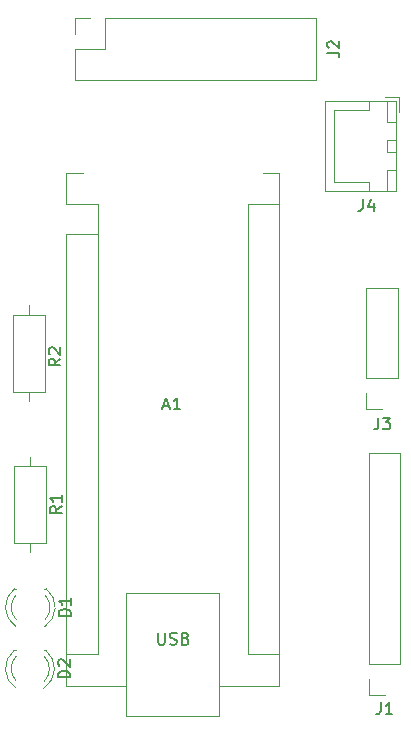
<source format=gbr>
%TF.GenerationSoftware,KiCad,Pcbnew,8.0.8*%
%TF.CreationDate,2025-01-20T03:53:26+01:00*%
%TF.ProjectId,NANO_MPU_SD_2Layers,4e414e4f-5f4d-4505-955f-53445f324c61,rev?*%
%TF.SameCoordinates,Original*%
%TF.FileFunction,Legend,Top*%
%TF.FilePolarity,Positive*%
%FSLAX46Y46*%
G04 Gerber Fmt 4.6, Leading zero omitted, Abs format (unit mm)*
G04 Created by KiCad (PCBNEW 8.0.8) date 2025-01-20 03:53:26*
%MOMM*%
%LPD*%
G01*
G04 APERTURE LIST*
%ADD10C,0.150000*%
%ADD11C,0.120000*%
G04 APERTURE END LIST*
D10*
X64385714Y-83469104D02*
X64861904Y-83469104D01*
X64290476Y-83754819D02*
X64623809Y-82754819D01*
X64623809Y-82754819D02*
X64957142Y-83754819D01*
X65814285Y-83754819D02*
X65242857Y-83754819D01*
X65528571Y-83754819D02*
X65528571Y-82754819D01*
X65528571Y-82754819D02*
X65433333Y-82897676D01*
X65433333Y-82897676D02*
X65338095Y-82992914D01*
X65338095Y-82992914D02*
X65242857Y-83040533D01*
X63918095Y-102674819D02*
X63918095Y-103484342D01*
X63918095Y-103484342D02*
X63965714Y-103579580D01*
X63965714Y-103579580D02*
X64013333Y-103627200D01*
X64013333Y-103627200D02*
X64108571Y-103674819D01*
X64108571Y-103674819D02*
X64299047Y-103674819D01*
X64299047Y-103674819D02*
X64394285Y-103627200D01*
X64394285Y-103627200D02*
X64441904Y-103579580D01*
X64441904Y-103579580D02*
X64489523Y-103484342D01*
X64489523Y-103484342D02*
X64489523Y-102674819D01*
X64918095Y-103627200D02*
X65060952Y-103674819D01*
X65060952Y-103674819D02*
X65299047Y-103674819D01*
X65299047Y-103674819D02*
X65394285Y-103627200D01*
X65394285Y-103627200D02*
X65441904Y-103579580D01*
X65441904Y-103579580D02*
X65489523Y-103484342D01*
X65489523Y-103484342D02*
X65489523Y-103389104D01*
X65489523Y-103389104D02*
X65441904Y-103293866D01*
X65441904Y-103293866D02*
X65394285Y-103246247D01*
X65394285Y-103246247D02*
X65299047Y-103198628D01*
X65299047Y-103198628D02*
X65108571Y-103151009D01*
X65108571Y-103151009D02*
X65013333Y-103103390D01*
X65013333Y-103103390D02*
X64965714Y-103055771D01*
X64965714Y-103055771D02*
X64918095Y-102960533D01*
X64918095Y-102960533D02*
X64918095Y-102865295D01*
X64918095Y-102865295D02*
X64965714Y-102770057D01*
X64965714Y-102770057D02*
X65013333Y-102722438D01*
X65013333Y-102722438D02*
X65108571Y-102674819D01*
X65108571Y-102674819D02*
X65346666Y-102674819D01*
X65346666Y-102674819D02*
X65489523Y-102722438D01*
X66251428Y-103151009D02*
X66394285Y-103198628D01*
X66394285Y-103198628D02*
X66441904Y-103246247D01*
X66441904Y-103246247D02*
X66489523Y-103341485D01*
X66489523Y-103341485D02*
X66489523Y-103484342D01*
X66489523Y-103484342D02*
X66441904Y-103579580D01*
X66441904Y-103579580D02*
X66394285Y-103627200D01*
X66394285Y-103627200D02*
X66299047Y-103674819D01*
X66299047Y-103674819D02*
X65918095Y-103674819D01*
X65918095Y-103674819D02*
X65918095Y-102674819D01*
X65918095Y-102674819D02*
X66251428Y-102674819D01*
X66251428Y-102674819D02*
X66346666Y-102722438D01*
X66346666Y-102722438D02*
X66394285Y-102770057D01*
X66394285Y-102770057D02*
X66441904Y-102865295D01*
X66441904Y-102865295D02*
X66441904Y-102960533D01*
X66441904Y-102960533D02*
X66394285Y-103055771D01*
X66394285Y-103055771D02*
X66346666Y-103103390D01*
X66346666Y-103103390D02*
X66251428Y-103151009D01*
X66251428Y-103151009D02*
X65918095Y-103151009D01*
X55754819Y-91966666D02*
X55278628Y-92299999D01*
X55754819Y-92538094D02*
X54754819Y-92538094D01*
X54754819Y-92538094D02*
X54754819Y-92157142D01*
X54754819Y-92157142D02*
X54802438Y-92061904D01*
X54802438Y-92061904D02*
X54850057Y-92014285D01*
X54850057Y-92014285D02*
X54945295Y-91966666D01*
X54945295Y-91966666D02*
X55088152Y-91966666D01*
X55088152Y-91966666D02*
X55183390Y-92014285D01*
X55183390Y-92014285D02*
X55231009Y-92061904D01*
X55231009Y-92061904D02*
X55278628Y-92157142D01*
X55278628Y-92157142D02*
X55278628Y-92538094D01*
X55754819Y-91014285D02*
X55754819Y-91585713D01*
X55754819Y-91299999D02*
X54754819Y-91299999D01*
X54754819Y-91299999D02*
X54897676Y-91395237D01*
X54897676Y-91395237D02*
X54992914Y-91490475D01*
X54992914Y-91490475D02*
X55040533Y-91585713D01*
X56454819Y-106438094D02*
X55454819Y-106438094D01*
X55454819Y-106438094D02*
X55454819Y-106199999D01*
X55454819Y-106199999D02*
X55502438Y-106057142D01*
X55502438Y-106057142D02*
X55597676Y-105961904D01*
X55597676Y-105961904D02*
X55692914Y-105914285D01*
X55692914Y-105914285D02*
X55883390Y-105866666D01*
X55883390Y-105866666D02*
X56026247Y-105866666D01*
X56026247Y-105866666D02*
X56216723Y-105914285D01*
X56216723Y-105914285D02*
X56311961Y-105961904D01*
X56311961Y-105961904D02*
X56407200Y-106057142D01*
X56407200Y-106057142D02*
X56454819Y-106199999D01*
X56454819Y-106199999D02*
X56454819Y-106438094D01*
X55550057Y-105485713D02*
X55502438Y-105438094D01*
X55502438Y-105438094D02*
X55454819Y-105342856D01*
X55454819Y-105342856D02*
X55454819Y-105104761D01*
X55454819Y-105104761D02*
X55502438Y-105009523D01*
X55502438Y-105009523D02*
X55550057Y-104961904D01*
X55550057Y-104961904D02*
X55645295Y-104914285D01*
X55645295Y-104914285D02*
X55740533Y-104914285D01*
X55740533Y-104914285D02*
X55883390Y-104961904D01*
X55883390Y-104961904D02*
X56454819Y-105533332D01*
X56454819Y-105533332D02*
X56454819Y-104914285D01*
X78254819Y-53563333D02*
X78969104Y-53563333D01*
X78969104Y-53563333D02*
X79111961Y-53610952D01*
X79111961Y-53610952D02*
X79207200Y-53706190D01*
X79207200Y-53706190D02*
X79254819Y-53849047D01*
X79254819Y-53849047D02*
X79254819Y-53944285D01*
X78350057Y-53134761D02*
X78302438Y-53087142D01*
X78302438Y-53087142D02*
X78254819Y-52991904D01*
X78254819Y-52991904D02*
X78254819Y-52753809D01*
X78254819Y-52753809D02*
X78302438Y-52658571D01*
X78302438Y-52658571D02*
X78350057Y-52610952D01*
X78350057Y-52610952D02*
X78445295Y-52563333D01*
X78445295Y-52563333D02*
X78540533Y-52563333D01*
X78540533Y-52563333D02*
X78683390Y-52610952D01*
X78683390Y-52610952D02*
X79254819Y-53182380D01*
X79254819Y-53182380D02*
X79254819Y-52563333D01*
X82566666Y-84454819D02*
X82566666Y-85169104D01*
X82566666Y-85169104D02*
X82519047Y-85311961D01*
X82519047Y-85311961D02*
X82423809Y-85407200D01*
X82423809Y-85407200D02*
X82280952Y-85454819D01*
X82280952Y-85454819D02*
X82185714Y-85454819D01*
X82947619Y-84454819D02*
X83566666Y-84454819D01*
X83566666Y-84454819D02*
X83233333Y-84835771D01*
X83233333Y-84835771D02*
X83376190Y-84835771D01*
X83376190Y-84835771D02*
X83471428Y-84883390D01*
X83471428Y-84883390D02*
X83519047Y-84931009D01*
X83519047Y-84931009D02*
X83566666Y-85026247D01*
X83566666Y-85026247D02*
X83566666Y-85264342D01*
X83566666Y-85264342D02*
X83519047Y-85359580D01*
X83519047Y-85359580D02*
X83471428Y-85407200D01*
X83471428Y-85407200D02*
X83376190Y-85454819D01*
X83376190Y-85454819D02*
X83090476Y-85454819D01*
X83090476Y-85454819D02*
X82995238Y-85407200D01*
X82995238Y-85407200D02*
X82947619Y-85359580D01*
X56514819Y-101238094D02*
X55514819Y-101238094D01*
X55514819Y-101238094D02*
X55514819Y-100999999D01*
X55514819Y-100999999D02*
X55562438Y-100857142D01*
X55562438Y-100857142D02*
X55657676Y-100761904D01*
X55657676Y-100761904D02*
X55752914Y-100714285D01*
X55752914Y-100714285D02*
X55943390Y-100666666D01*
X55943390Y-100666666D02*
X56086247Y-100666666D01*
X56086247Y-100666666D02*
X56276723Y-100714285D01*
X56276723Y-100714285D02*
X56371961Y-100761904D01*
X56371961Y-100761904D02*
X56467200Y-100857142D01*
X56467200Y-100857142D02*
X56514819Y-100999999D01*
X56514819Y-100999999D02*
X56514819Y-101238094D01*
X56514819Y-99714285D02*
X56514819Y-100285713D01*
X56514819Y-99999999D02*
X55514819Y-99999999D01*
X55514819Y-99999999D02*
X55657676Y-100095237D01*
X55657676Y-100095237D02*
X55752914Y-100190475D01*
X55752914Y-100190475D02*
X55800533Y-100285713D01*
X82766666Y-108554819D02*
X82766666Y-109269104D01*
X82766666Y-109269104D02*
X82719047Y-109411961D01*
X82719047Y-109411961D02*
X82623809Y-109507200D01*
X82623809Y-109507200D02*
X82480952Y-109554819D01*
X82480952Y-109554819D02*
X82385714Y-109554819D01*
X83766666Y-109554819D02*
X83195238Y-109554819D01*
X83480952Y-109554819D02*
X83480952Y-108554819D01*
X83480952Y-108554819D02*
X83385714Y-108697676D01*
X83385714Y-108697676D02*
X83290476Y-108792914D01*
X83290476Y-108792914D02*
X83195238Y-108840533D01*
X55654819Y-79466666D02*
X55178628Y-79799999D01*
X55654819Y-80038094D02*
X54654819Y-80038094D01*
X54654819Y-80038094D02*
X54654819Y-79657142D01*
X54654819Y-79657142D02*
X54702438Y-79561904D01*
X54702438Y-79561904D02*
X54750057Y-79514285D01*
X54750057Y-79514285D02*
X54845295Y-79466666D01*
X54845295Y-79466666D02*
X54988152Y-79466666D01*
X54988152Y-79466666D02*
X55083390Y-79514285D01*
X55083390Y-79514285D02*
X55131009Y-79561904D01*
X55131009Y-79561904D02*
X55178628Y-79657142D01*
X55178628Y-79657142D02*
X55178628Y-80038094D01*
X54750057Y-79085713D02*
X54702438Y-79038094D01*
X54702438Y-79038094D02*
X54654819Y-78942856D01*
X54654819Y-78942856D02*
X54654819Y-78704761D01*
X54654819Y-78704761D02*
X54702438Y-78609523D01*
X54702438Y-78609523D02*
X54750057Y-78561904D01*
X54750057Y-78561904D02*
X54845295Y-78514285D01*
X54845295Y-78514285D02*
X54940533Y-78514285D01*
X54940533Y-78514285D02*
X55083390Y-78561904D01*
X55083390Y-78561904D02*
X55654819Y-79133332D01*
X55654819Y-79133332D02*
X55654819Y-78514285D01*
X81266666Y-65954819D02*
X81266666Y-66669104D01*
X81266666Y-66669104D02*
X81219047Y-66811961D01*
X81219047Y-66811961D02*
X81123809Y-66907200D01*
X81123809Y-66907200D02*
X80980952Y-66954819D01*
X80980952Y-66954819D02*
X80885714Y-66954819D01*
X82171428Y-66288152D02*
X82171428Y-66954819D01*
X81933333Y-65907200D02*
X81695238Y-66621485D01*
X81695238Y-66621485D02*
X82314285Y-66621485D01*
D11*
%TO.C,A1*%
X56160000Y-63710000D02*
X57560000Y-63710000D01*
X56160000Y-63720000D02*
X56160000Y-66390000D01*
X56160000Y-68930000D02*
X56160000Y-107160000D01*
X56160000Y-107160000D02*
X61240000Y-107160000D01*
X58830000Y-66390000D02*
X56160000Y-66390000D01*
X58830000Y-68930000D02*
X56160000Y-68930000D01*
X58830000Y-68930000D02*
X58830000Y-66390000D01*
X58830000Y-68930000D02*
X58830000Y-104490000D01*
X58830000Y-104490000D02*
X56160000Y-104490000D01*
X61240000Y-99280000D02*
X69120000Y-99280000D01*
X61240000Y-109700000D02*
X61240000Y-99280000D01*
X69120000Y-99280000D02*
X69120000Y-109700000D01*
X69120000Y-109700000D02*
X61240000Y-109700000D01*
X71530000Y-66390000D02*
X71530000Y-104490000D01*
X71530000Y-66390000D02*
X74200000Y-66390000D01*
X71530000Y-104490000D02*
X74200000Y-104490000D01*
X74200000Y-63710000D02*
X72800000Y-63710000D01*
X74200000Y-107160000D02*
X69120000Y-107160000D01*
X74200000Y-107160000D02*
X74200000Y-63720000D01*
%TO.C,R1*%
X51730000Y-88530000D02*
X51730000Y-95070000D01*
X51730000Y-95070000D02*
X54470000Y-95070000D01*
X53100000Y-87760000D02*
X53100000Y-88530000D01*
X53100000Y-95840000D02*
X53100000Y-95070000D01*
X54470000Y-88530000D02*
X51730000Y-88530000D01*
X54470000Y-95070000D02*
X54470000Y-88530000D01*
%TO.C,D2*%
X51900000Y-104130000D02*
X51744000Y-104130000D01*
X54406000Y-104140000D02*
X54250000Y-104140000D01*
X51899951Y-106740910D02*
G75*
G02*
X51900000Y-104659039I1080049J1040910D01*
G01*
X51905455Y-107371397D02*
G75*
G02*
X51750000Y-104140000I1080061J1671397D01*
G01*
X54300000Y-104680000D02*
G75*
G02*
X54300048Y-106761870I-1080000J-1040960D01*
G01*
X54397815Y-104140000D02*
G75*
G02*
X54242360Y-107371397I-1235515J-1560000D01*
G01*
%TO.C,J2*%
X56850000Y-50630000D02*
X58180000Y-50630000D01*
X56850000Y-51960000D02*
X56850000Y-50630000D01*
X56850000Y-53230000D02*
X59450000Y-53230000D01*
X56850000Y-55830000D02*
X56850000Y-53230000D01*
X56850000Y-55830000D02*
X77290000Y-55830000D01*
X59450000Y-50630000D02*
X77290000Y-50630000D01*
X59450000Y-53230000D02*
X59450000Y-50630000D01*
X77290000Y-55830000D02*
X77290000Y-50630000D01*
%TO.C,J3*%
X81545000Y-81130000D02*
X81545000Y-73450000D01*
X81545000Y-83730000D02*
X81545000Y-82400000D01*
X82875000Y-83730000D02*
X81545000Y-83730000D01*
X84205000Y-73450000D02*
X81545000Y-73450000D01*
X84205000Y-81130000D02*
X81545000Y-81130000D01*
X84205000Y-81130000D02*
X84205000Y-73450000D01*
%TO.C,D1*%
X51908185Y-98940000D02*
X51752185Y-98940000D01*
X54455455Y-98948603D02*
X54299455Y-98948603D01*
X51899951Y-101540910D02*
G75*
G02*
X51900000Y-99459039I1080049J1040910D01*
G01*
X51907640Y-102171397D02*
G75*
G02*
X51752185Y-98940000I1080060J1671397D01*
G01*
X54350000Y-99480000D02*
G75*
G02*
X54350048Y-101561870I-1080000J-1040960D01*
G01*
X54455455Y-98948603D02*
G75*
G02*
X54300000Y-102180000I-1235516J-1560000D01*
G01*
%TO.C,J1*%
X81770000Y-105330000D02*
X81770000Y-87490000D01*
X81770000Y-107930000D02*
X81770000Y-106600000D01*
X83100000Y-107930000D02*
X81770000Y-107930000D01*
X84430000Y-87490000D02*
X81770000Y-87490000D01*
X84430000Y-105330000D02*
X81770000Y-105330000D01*
X84430000Y-105330000D02*
X84430000Y-87490000D01*
%TO.C,R2*%
X51630000Y-75730000D02*
X51630000Y-82270000D01*
X51630000Y-82270000D02*
X54370000Y-82270000D01*
X53000000Y-74960000D02*
X53000000Y-75730000D01*
X53000000Y-83040000D02*
X53000000Y-82270000D01*
X54370000Y-75730000D02*
X51630000Y-75730000D01*
X54370000Y-82270000D02*
X54370000Y-75730000D01*
%TO.C,J4*%
X78090000Y-57640000D02*
X78090000Y-65260000D01*
X78090000Y-65260000D02*
X84060000Y-65260000D01*
X78850000Y-58400000D02*
X78850000Y-61450000D01*
X78850000Y-64500000D02*
X78850000Y-61450000D01*
X81800000Y-57650000D02*
X81800000Y-58400000D01*
X81800000Y-58400000D02*
X78850000Y-58400000D01*
X81800000Y-64500000D02*
X78850000Y-64500000D01*
X81800000Y-65250000D02*
X81800000Y-64500000D01*
X83300000Y-57650000D02*
X83300000Y-59450000D01*
X83300000Y-59450000D02*
X84050000Y-59450000D01*
X83300000Y-60950000D02*
X83300000Y-61950000D01*
X83300000Y-61950000D02*
X84050000Y-61950000D01*
X83300000Y-63450000D02*
X83300000Y-65250000D01*
X83300000Y-65250000D02*
X84050000Y-65250000D01*
X84050000Y-57650000D02*
X83300000Y-57650000D01*
X84050000Y-59450000D02*
X84050000Y-57650000D01*
X84050000Y-60950000D02*
X83300000Y-60950000D01*
X84050000Y-61950000D02*
X84050000Y-60950000D01*
X84050000Y-63450000D02*
X83300000Y-63450000D01*
X84050000Y-65250000D02*
X84050000Y-63450000D01*
X84060000Y-57640000D02*
X78090000Y-57640000D01*
X84060000Y-65260000D02*
X84060000Y-57640000D01*
X84350000Y-57350000D02*
X83100000Y-57350000D01*
X84350000Y-58600000D02*
X84350000Y-57350000D01*
%TD*%
M02*

</source>
